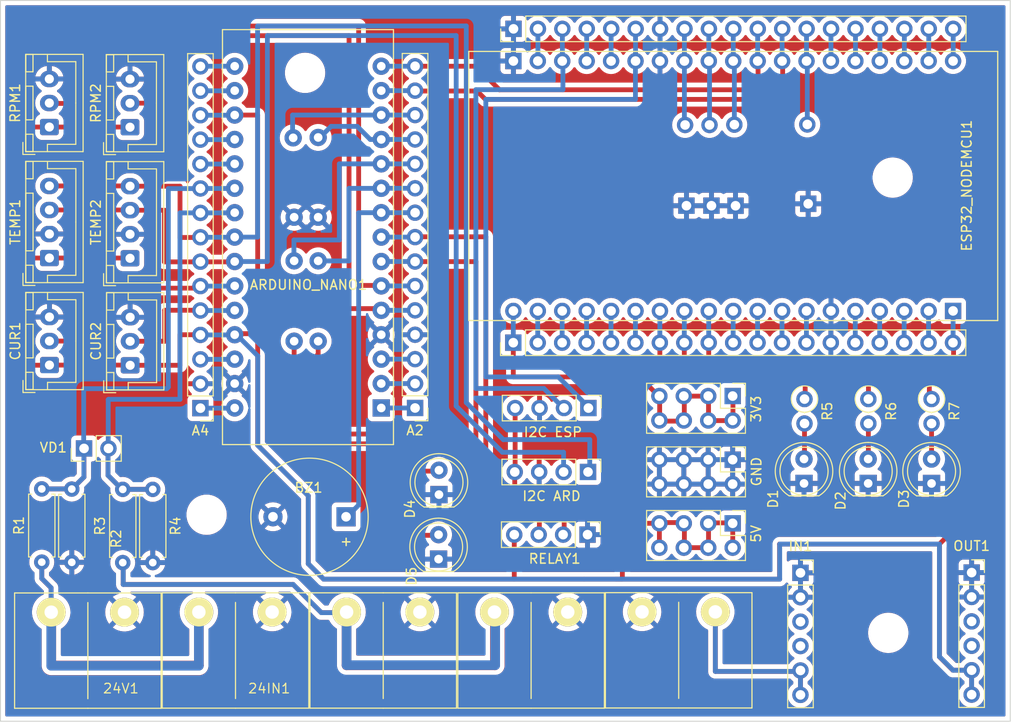
<source format=kicad_pcb>
(kicad_pcb (version 20211014) (generator pcbnew)
  (layers (0 "F.Cu" power) (31 "B.Cu" signal) (34 "B.Paste" user) (35 "F.Paste" user) (36 "B.SilkS" user "B.Silkscreen") (37 "F.SilkS" user "F.Silkscreen") (38 "B.Mask" user) (39 "F.Mask" user) (44 "Edge.Cuts" user))
  (net 0 "")
  (net 1 "/D1")
  (net 2 "/D0")
  (net 3 "/D2")
  (net 4 "/D3")
  (net 5 "/D4")
  (net 6 "/D5")
  (net 7 "/D6")
  (net 8 "/D7")
  (net 9 "/D10")
  (net 10 "/D9")
  (net 11 "/D8")
  (net 12 "/D12")
  (net 13 "/D11")
  (net 14 "/VIN")
  (net 15 "/A7")
  (net 16 "/A6")
  (net 17 "/A5")
  (net 18 "/A4")
  (net 19 "/A3")
  (net 20 "/A2")
  (net 21 "/A1")
  (net 22 "/A0")
  (net 23 "/3V3A")
  (net 24 "/D13")
  (net 25 "/3V3E")
  (net 26 "/EN")
  (net 27 "/SP")
  (net 28 "/SN")
  (net 29 "/G34")
  (net 30 "/G35")
  (net 31 "/G32")
  (net 32 "/G33")
  (net 33 "/G25")
  (net 34 "/G26")
  (net 35 "/G27")
  (net 36 "/G14")
  (net 37 "/G12")
  (net 38 "/G13")
  (net 39 "/SD2")
  (net 40 "/SD3")
  (net 41 "/CMD")
  (net 42 "/G23")
  (net 43 "/G22")
  (net 44 "/TXD")
  (net 45 "/RXD")
  (net 46 "/G21")
  (net 47 "/G19")
  (net 48 "/G18")
  (net 49 "/G5")
  (net 50 "/G4")
  (net 51 "/G0")
  (net 52 "/G2")
  (net 53 "/G15")
  (net 54 "/SD1")
  (net 55 "/SD0")
  (net 56 "/CLK")
  (net 57 "/+12")
  (net 58 "/+24")
  (net 59 "/GND")
  (net 64 "/24IN")
  (net 65 "/RESET")
  (net 66 "Net-(D1-Pad2)")
  (net 67 "Net-(D2-Pad2)")
  (net 68 "Net-(D3-Pad2)")
  (net 69 "/5VE")
  (net 70 "/X")
  (net 71 "/Y")
  (footprint "MountingHole:MountingHole_3.2mm_M3_ISO14580" (layer "F.Cu") (at 157.8 48.81)
    (fp_text reference " ")
    (fp_text value "MountingHole_3.2mm_M3_ISO14580")
  )
  (footprint "Connector_PinHeader_2.54mm:PinHeader_1x02_P2.54mm_Vertical" (layer "F.Cu") (at 73.715 76.99 90)
    (fp_text reference "VD1")
    (fp_text value " ")
  )
  (footprint "Connector_JST:JST_XH_B4B-XH-A_1x04_P2.50mm_Vertical" (layer "F.Cu") (at 70.114025 57.177691 90)
    (fp_text reference "TEMP1")
    (fp_text value " ")
  )
  (footprint "Connector_PinHeader_2.54mm:PinHeader_1x04_P2.54mm_Vertical" (layer "F.Cu") (at 126.16 72.79 -90)
    (fp_text reference "I2C ESP")
    (fp_text value " ")
  )
  (footprint "Connector_PinHeader_2.54mm:PinHeader_2x04_P2.54mm_Vertical" (layer "F.Cu") (at 141.16 78.16 -90)
    (fp_text reference "GND")
    (fp_text value " ")
  )
  (footprint "Connector_PinHeader_2.54mm:PinHeader_1x19_P2.54mm_Vertical" (layer "F.Cu") (at 118.349748 65.98734 90)
    (fp_text reference " ")
    (fp_text value " ")
  )
  (footprint "Connector_PinHeader_2.54mm:PinHeader_2x04_P2.54mm_Vertical" (layer "F.Cu") (at 141.16 71.54 -90)
    (fp_text reference "3V3")
    (fp_text value " ")
  )
  (footprint "KF7:KF7.62_2P" (layer "F.Cu") (at 74.112507 98.028287 180)
    (fp_text reference "24V1")
    (fp_text value " ")
  )
  (footprint "Buzzer_Beeper:Buzzer_12x9.5RM7.6" (layer "F.Cu") (at 100.96 84.1 180)
    (fp_text reference "BZ1")
    (fp_text value "Buzzer")
  )
  (footprint "KF7:KF7.62_2P" (layer "F.Cu") (at 104.824995 98.013598 180)
    (fp_text reference "12V1" hide)
    (fp_text value " ")
  )
  (footprint "Resistor_THT:R_Axial_DIN0207_L6.3mm_D2.5mm_P7.62mm_Horizontal" (layer "F.Cu") (at 69.319629 88.821378 90)
    (fp_text reference "R1")
    (fp_text value "10k")
  )
  (footprint "Connector_JST:JST_XH_B3B-XH-A_1x03_P2.50mm_Vertical" (layer "F.Cu") (at 70.107537 43.54703 90)
    (fp_text reference "RPM1")
    (fp_text value " ")
  )
  (footprint "Connector_JST:JST_XH_B3B-XH-A_1x03_P2.50mm_Vertical" (layer "F.Cu") (at 78.49321 43.563998 90)
    (fp_text reference "RPM2")
    (fp_text value " ")
  )
  (footprint "ARDUINO_NANO:SHIELD_ARDUINO_NANO" (layer "F.Cu") (at 97 55 180)
    (fp_text reference "ARDUINO_NANO1")
    (fp_text value " ")
  )
  (footprint "Resistor_THT:R_Axial_DIN0207_L6.3mm_D2.5mm_P7.62mm_Horizontal" (layer "F.Cu") (at 77.74 88.87 90)
    (fp_text reference "R3")
    (fp_text value "4.7k")
  )
  (footprint "Resistor_THT:R_Axial_DIN0207_L6.3mm_D2.5mm_P2.54mm_Vertical" (layer "F.Cu") (at 161.84 71.855 -90)
    (fp_text reference "R7")
    (fp_text value "R")
  )
  (footprint "LED_THT:LED_D5.0mm" (layer "F.Cu") (at 161.84 80.635 90)
    (fp_text reference "D3")
    (fp_text value " ")
  )
  (footprint "Connector_PinSocket_2.54mm:PinSocket_1x06_P2.54mm_Vertical" (layer "F.Cu") (at 166.00811 89.908064)
    (fp_text reference "OUT1")
    (fp_text value " ")
  )
  (footprint "Resistor_THT:R_Axial_DIN0207_L6.3mm_D2.5mm_P7.62mm_Horizontal" (layer "F.Cu") (at 72.44 81.22 -90)
    (fp_text reference "R2")
    (fp_text value "2.2k")
  )
  (footprint "LED_THT:LED_D5.0mm" (layer "F.Cu") (at 110.62 81.795 90)
    (fp_text reference "D4")
    (fp_text value " ")
  )
  (footprint "Connector_PinHeader_2.54mm:PinHeader_1x04_P2.54mm_Vertical" (layer "F.Cu") (at 126.07 85.96 -90)
    (fp_text reference "RELAY1")
    (fp_text value " ")
  )
  (footprint "Connector_PinHeader_2.54mm:PinHeader_1x04_P2.54mm_Vertical" (layer "F.Cu") (at 126.12 79.44 -90)
    (fp_text reference "I2C ARD")
    (fp_text value " ")
  )
  (footprint "Connector_PinSocket_2.54mm:PinSocket_1x06_P2.54mm_Vertical" (layer "F.Cu") (at 148.209868 89.934748)
    (fp_text reference "IN1")
    (fp_text value " ")
  )
  (footprint "MountingHole:MountingHole_3.2mm_M3_ISO14580" (layer "F.Cu") (at 96.7 37.91)
    (fp_text reference " ")
    (fp_text value "MountingHole_3.2mm_M3_ISO14580")
  )
  (footprint "LED_THT:LED_D5.0mm" (layer "F.Cu") (at 110.58 88.505 90)
    (fp_text reference "D5")
    (fp_text value " ")
  )
  (footprint "Resistor_THT:R_Axial_DIN0207_L6.3mm_D2.5mm_P7.62mm_Horizontal" (layer "F.Cu") (at 80.86 81.25 -90)
    (fp_text reference "R4")
    (fp_text value "3.3k")
  )
  (footprint "Connector_JST:JST_XH_B4B-XH-A_1x04_P2.50mm_Vertical" (layer "F.Cu") (at 78.497253 57.20208 90)
    (fp_text reference "TEMP2")
    (fp_text value " ")
  )
  (footprint "ESP32_NODEMCU:MODULE_ESP32_NODEMCU" (layer "F.Cu") (at 141.22 49.68 90)
    (fp_text reference "ESP32_NODEMCU1")
    (fp_text value " ")
  )
  (footprint "Resistor_THT:R_Axial_DIN0207_L6.3mm_D2.5mm_P2.54mm_Vertical" (layer "F.Cu") (at 148.63 71.855 -90)
    (fp_text reference "R5")
    (fp_text value "R")
  )
  (footprint "Connector_PinHeader_2.54mm:PinHeader_1x15_P2.54mm_Vertical" (layer "F.Cu") (at 108.136254 72.781545 180)
    (fp_text reference "A2")
    (fp_text value " ")
  )
  (footprint "MountingHole:MountingHole_3.2mm_M3_ISO14580" (layer "F.Cu") (at 157.34 96.18)
    (fp_text reference " ")
    (fp_text value "MountingHole_3.2mm_M3_ISO14580")
  )
  (footprint "KF7:KF7.62_2P" (layer "F.Cu") (at 135.547618 97.997267 180)
    (fp_text reference "BOARD1" hide)
    (fp_text value " ")
  )
  (footprint "Connector_PinHeader_2.54mm:PinHeader_1x19_P2.54mm_Vertical" (layer "F.Cu") (at 118.371401 33.331398 90)
    (fp_text reference " ")
    (fp_text value " ")
  )
  (footprint "LED_THT:LED_D5.0mm" (layer "F.Cu") (at 155.25 80.63 90)
    (fp_text reference "D2")
    (fp_text value " ")
  )
  (footprint "Connector_JST:JST_XH_B3B-XH-A_1x03_P2.50mm_Vertical" (layer "F.Cu") (at 70.118233 68.316925 90)
    (fp_text reference "CUR1")
    (fp_text value " ")
  )
  (footprint "Connector_PinHeader_2.54mm:PinHeader_2x04_P2.54mm_Vertical" (layer "F.Cu") (at 141.16 84.78 -90)
    (fp_text reference "5V")
    (fp_text value " ")
  )
  (footprint "Connector_JST:JST_XH_B3B-XH-A_1x03_P2.50mm_Vertical" (layer "F.Cu") (at 78.51 68.34 90)
    (fp_text reference "CUR2")
    (fp_text value " ")
  )
  (footprint "MountingHole:MountingHole_3.2mm_M3_ISO14580" (layer "F.Cu") (at 86.46 83.89)
    (fp_text reference " ")
    (fp_text value "MountingHole_3.2mm_M3_ISO14580")
  )
  (footprint "Resistor_THT:R_Axial_DIN0207_L6.3mm_D2.5mm_P2.54mm_Vertical" (layer "F.Cu") (at 155.27 71.855 -90)
    (fp_text reference "R6")
    (fp_text value "R")
  )
  (footprint "LED_THT:LED_D5.0mm" (layer "F.Cu") (at 148.58 80.63 90)
    (fp_text reference "D1")
    (fp_text value " ")
  )
  (footprint "Connector_PinHeader_2.54mm:PinHeader_1x15_P2.54mm_Vertical" (layer "F.Cu") (at 85.816514 72.798533 180)
    (fp_text reference "A4")
    (fp_text value " ")
  )
  (footprint "KF7:KF7.62_2P" (layer "F.Cu") (at 89.464995 98.013598 180)
    (fp_text reference "24IN1")
    (fp_text value " ")
  )
  (footprint "KF7:KF7.62_2P" (layer "F.Cu") (at 120.201554 98.012908 180)
    (fp_text reference "12IN1" hide)
    (fp_text value " ")
  )
  (gr_rect (start 65.026375 30.378817) (end 170.026375 105.378817) (layer "Edge.Cuts") (width 0.1) (fill none))
  (segment (start 104.62 72.78) (end 108 72.78) (width 0.5) (layer "B.Cu") (net 1))
  (segment (start 104.62 70.24) (end 108.1 70.24) (width 0.5) (layer "B.Cu") (net 2))
  (segment (start 101.27 62.44) (end 104.51 62.44) (width 0.5) (layer "F.Cu") (net 3))
  (segment (start 78.49321 41.063998) (end 82.17 41.063998) (width 0.5) (layer "F.Cu") (net 3))
  (segment (start 82.17 41.063998) (end 82.17 34.04) (width 0.5) (layer "F.Cu") (net 3))
  (segment (start 101.27 34.04) (end 101.27 62.44) (width 0.5) (layer "F.Cu") (net 3))
  (segment (start 82.17 34.04) (end 101.27 34.04) (width 0.5) (layer "F.Cu") (net 3))
  (segment (start 104.62 62.62) (end 108.07 62.62) (width 0.5) (layer "B.Cu") (net 3))
  (segment (start 73.77 41.09) (end 73.77 33.040499) (width 0.5) (layer "F.Cu") (net 4))
  (segment (start 70.15 41.09) (end 73.77 41.09) (width 0.5) (layer "F.Cu") (net 4))
  (segment (start 102.27 33.040499) (end 102.27 60.03) (width 0.5) (layer "F.Cu") (net 4))
  (segment (start 102.27 60.03) (end 104.61 60.03) (width 0.5) (layer "F.Cu") (net 4))
  (segment (start 73.77 33.040499) (end 102.27 33.040499) (width 0.5) (layer "F.Cu") (net 4))
  (segment (start 104.62 60.08) (end 108.13 60.08) (width 0.5) (layer "B.Cu") (net 4))
  (segment (start 114.46 83.95) (end 114.46 57.55) (width 0.5) (layer "F.Cu") (net 5))
  (segment (start 114.46 57.55) (end 108.63 57.55) (width 0.5) (layer "F.Cu") (net 5))
  (segment (start 121.06 83.95) (end 114.46 83.95) (width 0.5) (layer "F.Cu") (net 5))
  (segment (start 121.06 85.9) (end 121.06 83.95) (width 0.5) (layer "F.Cu") (net 5))
  (segment (start 104.62 57.54) (end 108.1 57.54) (width 0.5) (layer "B.Cu") (net 5))
  (segment (start 115.49 54.97) (end 108.15 54.97) (width 0.5) (layer "F.Cu") (net 6))
  (segment (start 123.64 86.12) (end 123.64 82.909501) (width 0.5) (layer "F.Cu") (net 6))
  (segment (start 123.64 82.909501) (end 115.49 82.909501) (width 0.5) (layer "F.Cu") (net 6))
  (segment (start 115.49 82.909501) (end 115.49 54.97) (width 0.5) (layer "F.Cu") (net 6))
  (segment (start 104.62 55) (end 108.15 55) (width 0.5) (layer "B.Cu") (net 6))
  (segment (start 104.62 52.46) (end 108.06 52.46) (width 0.5) (layer "B.Cu") (net 7))
  (segment (start 104.62 52.46) (end 102.27 52.46) (width 0.5) (layer "B.Cu") (net 7))
  (segment (start 102.27 82.88) (end 100.97 84.18) (width 0.5) (layer "B.Cu") (net 7))
  (segment (start 102.27 52.46) (end 102.27 82.88) (width 0.5) (layer "B.Cu") (net 7))
  (segment (start 104.61 49.93) (end 101.259501 49.93) (width 0.5) (layer "B.Cu") (net 8))
  (segment (start 104.62 49.92) (end 108.22 49.92) (width 0.5) (layer "B.Cu") (net 8))
  (segment (start 101.259501 57.48) (end 98.03 57.48) (width 0.5) (layer "B.Cu") (net 8))
  (segment (start 104.62 49.92) (end 104.61 49.93) (width 0.5) (layer "B.Cu") (net 8))
  (segment (start 101.259501 49.93) (end 101.259501 57.48) (width 0.5) (layer "B.Cu") (net 8))
  (segment (start 104.62 42.3) (end 108.04 42.3) (width 0.5) (layer "B.Cu") (net 9))
  (segment (start 95.4 42.3) (end 95.4 44.63) (width 0.5) (layer "B.Cu") (net 9))
  (segment (start 104.62 42.3) (end 95.4 42.3) (width 0.5) (layer "B.Cu") (net 9))
  (segment (start 104.62 44.84) (end 103.48 44.84) (width 0.5) (layer "B.Cu") (net 10))
  (segment (start 99.4 43.48) (end 98.12 44.76) (width 0.5) (layer "B.Cu") (net 10))
  (segment (start 102.12 43.48) (end 99.4 43.48) (width 0.5) (layer "B.Cu") (net 10))
  (segment (start 104.62 44.84) (end 108.28 44.84) (width 0.5) (layer "B.Cu") (net 10))
  (segment (start 103.48 44.84) (end 102.12 43.48) (width 0.5) (layer "B.Cu") (net 10))
  (segment (start 100.26 55.3) (end 95.54 55.3) (width 0.5) (layer "B.Cu") (net 11))
  (segment (start 95.54 55.3) (end 95.54 57.55) (width 0.5) (layer "B.Cu") (net 11))
  (segment (start 100.26 47.38) (end 100.26 55.3) (width 0.5) (layer "B.Cu") (net 11))
  (segment (start 104.62 47.38) (end 100.26 47.38) (width 0.5) (layer "B.Cu") (net 11))
  (segment (start 108.136254 47.381545) (end 104.638455 47.381545) (width 0.5) (layer "B.Cu") (net 11))
  (segment (start 143.8 39.67) (end 143.8 36.63) (width 0.5) (layer "F.Cu") (net 12))
  (segment (start 114.461545 37.221545) (end 116.91 39.67) (width 0.5) (layer "F.Cu") (net 12))
  (segment (start 116.91 39.67) (end 143.8 39.67) (width 0.5) (layer "F.Cu") (net 12))
  (segment (start 108.136254 37.221545) (end 114.461545 37.221545) (width 0.5) (layer "F.Cu") (net 12))
  (segment (start 143.76 36.68) (end 143.76 33.39) (width 0.5) (layer "B.Cu") (net 12))
  (segment (start 104.62 37.22) (end 108.12 37.22) (width 0.5) (layer "B.Cu") (net 12))
  (segment (start 115.45 40.67) (end 146.36 40.67) (width 0.5) (layer "F.Cu") (net 13))
  (segment (start 108.136254 39.761545) (end 108.174709 39.8) (width 0.5) (layer "F.Cu") (net 13))
  (segment (start 108.174709 39.8) (end 114.58 39.8) (width 0.5) (layer "F.Cu") (net 13))
  (segment (start 114.58 39.8) (end 115.45 40.67) (width 0.5) (layer "F.Cu") (net 13))
  (segment (start 146.36 40.67) (end 146.36 36.67) (width 0.5) (layer "F.Cu") (net 13))
  (segment (start 104.62 39.76) (end 107.99 39.76) (width 0.5) (layer "B.Cu") (net 13))
  (segment (start 146.3 36.68) (end 146.3 33.55) (width 0.5) (layer "B.Cu") (net 13))
  (segment (start 85.816514 72.798533) (end 89.318533 72.798533) (width 0.5) (layer "B.Cu") (net 14))
  (segment (start 82.1 62.61) (end 85.84 62.61) (width 0.5) (layer "F.Cu") (net 15))
  (segment (start 78.507462 65.836976) (end 82.1 65.836976) (width 0.5) (layer "F.Cu") (net 15))
  (segment (start 82.1 65.836976) (end 82.1 62.61) (width 0.5) (layer "F.Cu") (net 15))
  (segment (start 85.816514 62.638533) (end 89.348533 62.638533) (width 0.5) (layer "B.Cu") (net 15))
  (segment (start 75.34 60.31) (end 85.53 60.31) (width 0.5) (layer "F.Cu") (net 16))
  (segment (start 85.53 60.31) (end 85.78 60.06) (width 0.5) (layer "F.Cu") (net 16))
  (segment (start 75.34 65.817361) (end 75.34 60.31) (width 0.5) (layer "F.Cu") (net 16))
  (segment (start 70.106383 65.817361) (end 75.34 65.817361) (width 0.5) (layer "F.Cu") (net 16))
  (segment (start 85.816514 60.098533) (end 89.401467 60.098533) (width 0.5) (layer "B.Cu") (net 16))
  (segment (start 78.432309 52.177691) (end 78.44 52.17) (width 0.5) (layer "F.Cu") (net 17))
  (segment (start 82.07 52.21) (end 82.07 57.58) (width 0.5) (layer "F.Cu") (net 17))
  (segment (start 70.114025 52.177691) (end 78.432309 52.177691) (width 0.5) (layer "F.Cu") (net 17))
  (segment (start 82.06208 52.20208) (end 82.07 52.21) (width 0.5) (layer "F.Cu") (net 17))
  (segment (start 82.07 57.58) (end 89.38 57.58) (width 0.5) (layer "F.Cu") (net 17))
  (segment (start 78.497253 52.20208) (end 82.06208 52.20208) (width 0.5) (layer "F.Cu") (net 17))
  (segment (start 92.78 34.03) (end 112.41 34.03) (width 0.5) (layer "B.Cu") (net 17))
  (segment (start 117.22 77.39) (end 123.58 77.39) (width 0.5) (layer "B.Cu") (net 17))
  (segment (start 89.38 57.54) (end 92.78 57.54) (width 0.5) (layer "B.Cu") (net 17))
  (segment (start 112.41 72.58) (end 117.22 77.39) (width 0.5) (layer "B.Cu") (net 17))
  (segment (start 112.41 34.03) (end 112.41 72.58) (width 0.5) (layer "B.Cu") (net 17))
  (segment (start 92.78 57.54) (end 92.78 34.03) (width 0.5) (layer "B.Cu") (net 17))
  (segment (start 123.65 79.41) (end 123.58 79.34) (width 0.5) (layer "B.Cu") (net 17))
  (segment (start 123.58 77.39) (end 123.58 79.33) (width 0.5) (layer "B.Cu") (net 17))
  (segment (start 78.497253 49.70208) (end 83.694887 49.70208) (width 0.5) (layer "F.Cu") (net 18))
  (segment (start 83.694887 49.70208) (end 83.694887 55.04) (width 0.5) (layer "F.Cu") (net 18))
  (segment (start 83.694887 55.04) (end 85.77 55.04) (width 0.5) (layer "F.Cu") (net 18))
  (segment (start 78.447691 49.677691) (end 78.48 49.71) (width 0.5) (layer "F.Cu") (net 18))
  (segment (start 70.114025 49.677691) (end 78.447691 49.677691) (width 0.5) (layer "F.Cu") (net 18))
  (segment (start 126.3 76.07) (end 126.3 79.27) (width 0.5) (layer "B.Cu") (net 18))
  (segment (start 89.381467 55.018533) (end 89.39 55.01) (width 0.5) (layer "B.Cu") (net 18))
  (segment (start 85.816514 55.018533) (end 89.381467 55.018533) (width 0.5) (layer "B.Cu") (net 18))
  (segment (start 113.46 33.04) (end 113.46 72.216492) (width 0.5) (layer "B.Cu") (net 18))
  (segment (start 113.46 72.216492) (end 117.313508 76.07) (width 0.5) (layer "B.Cu") (net 18))
  (segment (start 91.76 33.030499) (end 113.450499 33.030499) (width 0.5) (layer "B.Cu") (net 18))
  (segment (start 117.313508 76.07) (end 126.3 76.07) (width 0.5) (layer "B.Cu") (net 18))
  (segment (start 113.450499 33.030499) (end 113.46 33.04) (width 0.5) (layer "B.Cu") (net 18))
  (segment (start 91.76 55) (end 91.76 33.030499) (width 0.5) (layer "B.Cu") (net 18))
  (segment (start 89.38 55) (end 91.76 55) (width 0.5) (layer "B.Cu") (net 18))
  (segment (start 76.21 79.79) (end 77.68 81.26) (width 0.5) (layer "F.Cu") (net 19))
  (segment (start 77.74 81.25) (end 80.84 81.25) (width 0.5) (layer "F.Cu") (net 19))
  (segment (start 76.17 77.17) (end 76.21 77.21) (width 0.5) (layer "F.Cu") (net 19))
  (segment (start 76.21 77.21) (end 76.21 79.79) (width 0.5) (layer "F.Cu") (net 19))
  (segment (start 76.23 76.91) (end 76.23 71.91) (width 0.5) (layer "B.Cu") (net 19))
  (segment (start 76.26 71.88) (end 83.69 71.88) (width 0.5) (layer "B.Cu") (net 19))
  (segment (start 83.69 52.48) (end 85.79 52.48) (width 0.5) (layer "B.Cu") (net 19))
  (segment (start 76.21 77.035) (end 76.21 79.79) (width 0.5) (layer "B.Cu") (net 19))
  (segment (start 83.69 71.88) (end 83.69 52.48) (width 0.5) (layer "B.Cu") (net 19))
  (segment (start 76.22 76.92) (end 76.23 76.91) (width 0.5) (layer "B.Cu") (net 19))
  (segment (start 77.74 81.25) (end 80.91 81.25) (width 0.5) (layer "B.Cu") (net 19))
  (segment (start 76.255 76.99) (end 76.21 77.035) (width 0.5) (layer "B.Cu") (net 19))
  (segment (start 85.816514 52.478533) (end 89.291467 52.478533) (width 0.5) (layer "B.Cu") (net 19))
  (segment (start 76.21 79.79) (end 77.64 81.22) (width 0.5) (layer "B.Cu") (net 19))
  (segment (start 76.23 71.91) (end 76.26 71.88) (width 0.5) (layer "B.Cu") (net 19))
  (segment (start 77.64 81.22) (end 77.66 81.22) (width 0.5) (layer "B.Cu") (net 19))
  (segment (start 73.705684 79.974316) (end 72.47 81.21) (width 0.5) (layer "F.Cu") (net 20))
  (segment (start 69.319629 81.201378) (end 72.441378 81.201378) (width 0.5) (layer "F.Cu") (net 20))
  (segment (start 73.705684 77.215684) (end 73.705684 79.974316) (width 0.5) (layer "F.Cu") (net 20))
  (segment (start 73.69 77.2) (end 73.705684 77.215684) (width 0.5) (layer "F.Cu") (net 20))
  (segment (start 73.74 76.86) (end 73.68 76.8) (width 0.5) (layer "B.Cu") (net 20))
  (segment (start 73.7 77.005) (end 73.7 79.97) (width 0.5) (layer "B.Cu") (net 20))
  (segment (start 82.48 70.610998) (end 82.48 49.95) (width 0.5) (layer "B.Cu") (net 20))
  (segment (start 82.320499 70.770499) (end 82.48 70.610998) (width 0.5) (layer "B.Cu") (net 20))
  (segment (start 85.816514 49.938533) (end 89.328533 49.938533) (width 0.5) (layer "B.Cu") (net 20))
  (segment (start 73.68 76.8) (end 73.68 70.770499) (width 0.5) (layer "B.Cu") (net 20))
  (segment (start 69.319629 81.201378) (end 72.458622 81.201378) (width 0.5) (layer "B.Cu") (net 20))
  (segment (start 73.68 70.770499) (end 82.320499 70.770499) (width 0.5) (layer "B.Cu") (net 20))
  (segment (start 73.7 79.97) (end 72.43 81.24) (width 0.5) (layer "B.Cu") (net 20))
  (segment (start 73.715 76.99) (end 73.7 77.005) (width 0.5) (layer "B.Cu") (net 20))
  (segment (start 82.48 49.95) (end 85.68 49.95) (width 0.5) (layer "B.Cu") (net 20))
  (segment (start 85.816514 47.398533) (end 89.331467 47.398533) (width 0.5) (layer "B.Cu") (net 21))
  (segment (start 85.816514 44.858533) (end 89.321467 44.858533) (width 0.5) (layer "B.Cu") (net 22))
  (segment (start 85.816514 39.778533) (end 89.361467 39.778533) (width 0.5) (layer "B.Cu") (net 23))
  (segment (start 89.38 37.22) (end 85.9 37.22) (width 0.5) (layer "B.Cu") (net 24))
  (segment (start 136.13 71.555) (end 136.12 71.545) (width 0.5) (layer "F.Cu") (net 25))
  (segment (start 138.65 74.095) (end 141.18 74.095) (width 0.5) (layer "F.Cu") (net 25))
  (segment (start 138.65 71.545) (end 138.65 74.095) (width 0.5) (layer "F.Cu") (net 25))
  (segment (start 118.349748 69.55) (end 131.48 69.55) (width 0.5) (layer "F.Cu") (net 25))
  (segment (start 141.19 74.085) (end 141.19 71.455) (width 0.5) (layer "F.Cu") (net 25))
  (segment (start 133.57 71.555) (end 133.57 74.145) (width 0.5) (layer "F.Cu") (net 25))
  (segment (start 131.48 69.55) (end 133.41 71.48) (width 0.5) (layer "F.Cu") (net 25))
  (segment (start 133.56 71.545) (end 133.57 71.555) (width 0.5) (layer "F.Cu") (net 25))
  (segment (start 136.12 71.545) (end 138.65 71.545) (width 0.5) (layer "F.Cu") (net 25))
  (segment (start 136.13 74.125) (end 136.13 71.555) (width 0.5) (layer "F.Cu") (net 25))
  (segment (start 133.559748 71.544748) (end 133.56 71.545) (width 0.5) (layer "F.Cu") (net 25))
  (segment (start 133.57 74.145) (end 136.11 74.145) (width 0.5) (layer "F.Cu") (net 25))
  (segment (start 141.18 74.095) (end 141.19 74.085) (width 0.5) (layer "F.Cu") (net 25))
  (segment (start 118.349748 65.98734) (end 118.349748 69.55) (width 0.5) (layer "F.Cu") (net 25))
  (segment (start 136.11 74.145) (end 136.13 74.125) (width 0.5) (layer "F.Cu") (net 25))
  (segment (start 118.349748 65.98734) (end 118.349748 62.629748) (width 0.5) (layer "B.Cu") (net 25))
  (segment (start 120.889748 65.98734) (end 120.889748 62.679748) (width 0.5) (layer "B.Cu") (net 26))
  (segment (start 123.429748 65.98734) (end 123.429748 62.760252) (width 0.5) (layer "B.Cu") (net 27))
  (segment (start 125.969748 65.98734) (end 125.969748 62.680252) (width 0.5) (layer "B.Cu") (net 28))
  (segment (start 128.509748 65.98734) (end 128.509748 62.660252) (width 0.5) (layer "B.Cu") (net 29))
  (segment (start 131.049748 65.98734) (end 131.049748 62.720252) (width 0.5) (layer "B.Cu") (net 30))
  (segment (start 133.589748 69.77) (end 148.7 69.77) (width 0.5) (layer "F.Cu") (net 31))
  (segment (start 148.7 69.77) (end 148.7 71.52) (width 0.5) (layer "F.Cu") (net 31))
  (segment (start 133.589748 65.98734) (end 133.589748 69.77) (width 0.5) (layer "F.Cu") (net 31))
  (segment (start 148.7 71.52) (end 148.46 71.76) (width 0.5) (layer "F.Cu") (net 31))
  (segment (start 133.589748 65.98734) (end 133.589748 62.679748) (width 0.5) (layer "B.Cu") (net 31))
  (segment (start 136.129748 65.98734) (end 136.129748 68.770499) (width 0.5) (layer "F.Cu") (net 32))
  (segment (start 155.28 68.770499) (end 155.28 71.68) (width 0.5) (layer "F.Cu") (net 32))
  (segment (start 136.129748 68.770499) (end 155.28 68.770499) (width 0.5) (layer "F.Cu") (net 32))
  (segment (start 136.129748 65.98734) (end 136.129748 62.799748) (width 0.5) (layer "B.Cu") (net 32))
  (segment (start 138.669748 65.98734) (end 138.669748 67.770998) (width 0.5) (layer "F.Cu") (net 33))
  (segment (start 161.61 67.770998) (end 161.61 71.76) (width 0.5) (layer "F.Cu") (net 33))
  (segment (start 138.669748 67.770998) (end 161.61 67.770998) (width 0.5) (layer "F.Cu") (net 33))
  (segment (start 138.669748 65.98734) (end 138.669748 62.820252) (width 0.5) (layer "B.Cu") (net 33))
  (segment (start 141.209748 65.98734) (end 141.209748 62.810252) (width 0.5) (layer "B.Cu") (net 34))
  (segment (start 143.749748 65.98734) (end 143.749748 62.830252) (width 0.5) (layer "B.Cu") (net 35))
  (segment (start 146.289748 65.98734) (end 146.289748 62.819748) (width 0.5) (layer "B.Cu") (net 36))
  (segment (start 148.829748 65.98734) (end 148.829748 62.690252) (width 0.5) (layer "B.Cu") (net 37))
  (segment (start 153.909748 65.98734) (end 153.909748 62.600252) (width 0.5) (layer "B.Cu") (net 38))
  (segment (start 156.449748 65.98734) (end 156.449748 62.580252) (width 0.5) (layer "B.Cu") (net 39))
  (segment (start 158.989748 65.98734) (end 158.989748 62.609748) (width 0.5) (layer "B.Cu") (net 40))
  (segment (start 161.529748 65.98734) (end 161.529748 62.870252) (width 0.5) (layer "B.Cu") (net 41))
  (segment (start 120.911401 33.331398) (end 120.911401 36.731401) (width 0.5) (layer "B.Cu") (net 42))
  (segment (start 123.51 39.66) (end 123.51 36.63) (width 0.5) (layer "B.Cu") (net 43))
  (segment (start 121.53 70.75) (end 114.459501 70.75) (width 0.5) (layer "B.Cu") (net 43))
  (segment (start 114.459501 39.66) (end 123.51 39.66) (width 0.5) (layer "B.Cu") (net 43))
  (segment (start 123.6 72.82) (end 121.53 70.75) (width 0.5) (layer "B.Cu") (net 43))
  (segment (start 123.451401 33.331398) (end 123.451401 36.601401) (width 0.5) (layer "B.Cu") (net 43))
  (segment (start 114.459501 70.75) (end 114.459501 39.66) (width 0.5) (layer "B.Cu") (net 43))
  (segment (start 125.98 36.68) (end 125.98 33.37) (width 0.5) (layer "B.Cu") (net 44))
  (segment (start 128.52 36.68) (end 128.52 33.12) (width 0.5) (layer "B.Cu") (net 45))
  (segment (start 131.06 36.68) (end 131.06 33.49) (width 0.5) (layer "B.Cu") (net 46))
  (segment (start 115.493508 40.67) (end 131.05 40.67) (width 0.5) (layer "B.Cu") (net 46))
  (segment (start 131.05 40.67) (end 131.05 37.04) (width 0.5) (layer "B.Cu") (net 46))
  (segment (start 126.23 72.75) (end 123.03 69.55) (width 0.5) (layer "B.Cu") (net 46))
  (segment (start 123.03 69.55) (end 115.493508 69.55) (width 0.5) (layer "B.Cu") (net 46))
  (segment (start 115.493508 69.55) (end 115.493508 40.67) (width 0.5) (layer "B.Cu") (net 46))
  (segment (start 136.14 36.68) (end 136.14 33.28) (width 0.5) (layer "B.Cu") (net 47))
  (segment (start 136.14 43.34) (end 136.2 43.4) (width 0.5) (layer "B.Cu") (net 47))
  (segment (start 136.14 36.68) (end 136.14 43.34) (width 0.5) (layer "B.Cu") (net 47))
  (segment (start 138.78 36.68) (end 138.68 36.68) (width 0.5) (layer "B.Cu") (net 48))
  (segment (start 138.753946 43.333248) (end 138.753946 36.746054) (width 0.5) (layer "B.Cu") (net 48))
  (segment (start 138.68 36.68) (end 138.68 33.35) (width 0.5) (layer "B.Cu") (net 48))
  (segment (start 138.8 36.7) (end 138.78 36.68) (width 0.5) (layer "B.Cu") (net 48))
  (segment (start 138.753946 36.746054) (end 138.8 36.7) (width 0.5) (layer "B.Cu") (net 48))
  (segment (start 141.22 36.68) (end 141.22 33.26) (width 0.5) (layer "B.Cu") (net 49))
  (segment (start 141.335057 43.299106) (end 141.335057 36.815057) (width 0.5) (layer "B.Cu") (net 49))
  (segment (start 141.335057 36.815057) (end 141.22 36.7) (width 0.5) (layer "B.Cu") (net 49))
  (segment (start 141.22 36.7) (end 141.22 36.68) (width 0.5) (layer "B.Cu") (net 49))
  (segment (start 148.84 36.68) (end 148.84 33.36) (width 0.5) (layer "B.Cu") (net 50))
  (segment (start 148.92 43.28) (end 148.92 36.92) (width 0.5) (layer "B.Cu") (net 50))
  (segment (start 148.84 36.84) (end 148.84 36.68) (width 0.5) (layer "B.Cu") (net 50))
  (segment (start 148.92 36.92) (end 148.84 36.84) (width 0.5) (layer "B.Cu") (net 50))
  (segment (start 151.38 36.68) (end 151.38 33.33) (width 0.5) (layer "B.Cu") (net 51))
  (segment (start 153.931401 33.331398) (end 153.931401 36.551401) (width 0.5) (layer "B.Cu") (net 52))
  (segment (start 156.471401 33.331398) (end 156.471401 36.601401) (width 0.5) (layer "B.Cu") (net 53))
  (segment (start 159.011401 33.331398) (end 159.011401 36.471401) (width 0.5) (layer "B.Cu") (net 54))
  (segment (start 161.551401 33.331398) (end 161.551401 36.558599) (width 0.5) (layer "B.Cu") (net 55))
  (segment (start 164.091401 33.331398) (end 164.091401 36.428599) (width 0.5) (layer "B.Cu") (net 56))
  (segment (start 77.79 88.98) (end 77.79 91.137058) (width 0.5) (layer "F.Cu") (net 57))
  (segment (start 101.014995 99.56) (end 116.44 99.56) (width 1) (layer "F.Cu") (net 57))
  (segment (start 95.453102 91.137058) (end 98.396044 94.08) (width 0.5) (layer "F.Cu") (net 57))
  (segment (start 116.44 99.56) (end 116.44 94.05) (width 1) (layer "F.Cu") (net 57))
  (segment (start 77.79 91.137058) (end 95.453102 91.137058) (width 0.5) (layer "F.Cu") (net 57))
  (segment (start 98.396044 94.08) (end 100.98 94.08) (width 0.5) (layer "F.Cu") (net 57))
  (segment (start 101.014995 94.013598) (end 101.014995 99.56) (width 1) (layer "F.Cu") (net 57))
  (segment (start 100.93 94.08) (end 101 94.01) (width 0.5) (layer "B.Cu") (net 57))
  (segment (start 116.47 99.54) (end 116.47 94.01) (width 1) (layer "B.Cu") (net 57))
  (segment (start 98.395759 94.08) (end 100.93 94.08) (width 0.5) (layer "B.Cu") (net 57))
  (segment (start 77.79 88.92) (end 77.79 91.144157) (width 0.5) (layer "B.Cu") (net 57))
  (segment (start 101.014995 94.013598) (end 101.014995 99.54) (width 1) (layer "B.Cu") (net 57))
  (segment (start 95.459916 91.144157) (end 98.395759 94.08) (width 0.5) (layer "B.Cu") (net 57))
  (segment (start 77.74 88.87) (end 77.79 88.92) (width 0.5) (layer "B.Cu") (net 57))
  (segment (start 77.79 91.144157) (end 95.459916 91.144157) (width 0.5) (layer "B.Cu") (net 57))
  (segment (start 101.014995 99.54) (end 116.47 99.54) (width 1) (layer "B.Cu") (net 57))
  (segment (start 69.319629 88.821378) (end 69.319629 90.529629) (width 0.5) (layer "F.Cu") (net 58))
  (segment (start 70.3 91.51) (end 70.3 94.05) (width 0.5) (layer "F.Cu") (net 58))
  (segment (start 69.319629 90.529629) (end 70.3 91.51) (width 0.5) (layer "F.Cu") (net 58))
  (segment (start 70.31 99.58) (end 70.31 94.29) (width 1) (layer "F.Cu") (net 58))
  (segment (start 70.31 94.29) (end 70.17 94.15) (width 0.5) (layer "F.Cu") (net 58))
  (segment (start 85.654995 94.013598) (end 85.654995 99.58) (width 1) (layer "F.Cu") (net 58))
  (segment (start 85.654995 99.58) (end 70.31 99.58) (width 1) (layer "F.Cu") (net 58))
  (segment (start 85.65 99.6) (end 85.65 94) (width 1) (layer "B.Cu") (net 58))
  (segment (start 70.29 91.49) (end 70.29 94.08) (width 0.5) (layer "B.Cu") (net 58))
  (segment (start 69.319629 88.821378) (end 69.319629 90.519629) (width 0.5) (layer "B.Cu") (net 58))
  (segment (start 69.319629 90.519629) (end 70.29 91.49) (width 0.5) (layer "B.Cu") (net 58))
  (segment (start 70.302507 99.6) (end 85.65 99.6) (width 1) (layer "B.Cu") (net 58))
  (segment (start 70.302507 94.028287) (end 70.302507 99.6) (width 1) (layer "B.Cu") (net 58))
  (segment (start 108.14 65.16) (end 108.15 65.15) (width 0.5) (layer "F.Cu") (net 59))
  (segment (start 139.357618 93.997267) (end 139.357618 100.19) (width 0.5) (layer "F.Cu") (net 64))
  (segment (start 148.209868 100.094748) (end 148.209868 102.670132) (width 0.5) (layer "F.Cu") (net 64))
  (segment (start 139.357618 100.19) (end 148.29 100.19) (width 0.5) (layer "F.Cu") (net 64))
  (segment (start 139.357618 100.19) (end 148.37 100.19) (width 0.5) (layer "B.Cu") (net 64))
  (segment (start 148.209868 102.634748) (end 148.209868 100.120132) (width 0.5) (layer "B.Cu") (net 64))
  (segment (start 139.357618 93.997267) (end 139.357618 100.19) (width 0.5) (layer "B.Cu") (net 64))
  (segment (start 85.816514 67.718533) (end 89.341467 67.718533) (width 0.5) (layer "B.Cu") (net 65))
  (segment (start 104.62 67.7) (end 108.05 67.7) (width 0.5) (layer "B.Cu") (net 65))
  (segment (start 148.63 74.395) (end 148.63 77.97) (width 0.5) (layer "F.Cu") (net 66))
  (segment (start 148.63 77.97) (end 148.65 77.99) (width 0.5) (layer "F.Cu") (net 66))
  (segment (start 155.27 74.395) (end 155.27 78.04) (width 0.5) (layer "F.Cu") (net 67))
  (segment (start 155.27 78.04) (end 155.28 78.05) (width 0.5) (layer "F.Cu") (net 67))
  (segment (start 161.84 74.395) (end 161.84 78.03) (width 0.5) (layer "F.Cu") (net 68))
  (segment (start 161.84 78.03) (end 161.86 78.05) (width 0.5) (layer "F.Cu") (net 68))
  (segment (start 133.53 84.805) (end 133.63 84.705) (width 0.5) (layer "F.Cu") (net 69))
  (segment (start 78.507361 68.317361) (end 78.51 68.32) (width 0.5) (layer "F.Cu") (net 69))
  (segment (start 164.13 85.47) (end 162.66 86.94) (width 0.5) (layer "F.Cu") (net 69))
  (segment (start 83.68 65.16) (end 85.68 65.16) (width 0.5) (layer "F.Cu") (net 69))
  (segment (start 162.66 98.67) (end 162.66 86.94) (width 0.5) (layer "F.Cu") (net 69))
  (segment (start 133.63 84.705) (end 136.14 84.705) (width 0.5) (layer "F.Cu") (net 69))
  (segment (start 166.00811 102.608064) (end 166.00811 100.11189) (width 0.5) (layer "F.Cu") (net 69))
  (segment (start 98.633508 90.6) (end 118.43 90.6) (width 0.5) (layer "F.Cu") (net 69))
  (segment (start 133.54 84.78) (end 129.71 84.78) (width 0.5) (layer "F.Cu") (net 69))
  (segment (start 78.467691 57.177691) (end 78.48 57.19) (width 0.5) (layer "F.Cu") (net 69))
  (segment (start 97.034007 81.918053) (end 97.034007 89.000499) (width 0.5) (layer "F.Cu") (net 69))
  (segment (start 136.14 87.315) (end 138.65 87.315) (width 0.5) (layer "F.Cu") (net 69))
  (segment (start 129.69 81.91) (end 129.69 84.76) (width 0.5) (layer "F.Cu") (net 69))
  (segment (start 118.5 79.44) (end 118.5 81.91) (width 0.5) (layer "F.Cu") (net 69))
  (segment (start 129.03 90.6) (end 146.04 90.6) (width 0.5) (layer "F.Cu") (net 69))
  (segment (start 129.69 90.6) (end 129.03 90.6) (width 0.5) (layer "F.Cu") (net 69))
  (segment (start 141.17 87.235) (end 141.14 87.265) (width 0.5) (layer "F.Cu") (net 69))
  (segment (start 66.93 57.01) (end 66.93 68.33) (width 0.5) (layer "F.Cu") (net 69))
  (segment (start 70.107537 43.54703) (end 66.93 43.54703) (width 0.5) (layer "F.Cu") (net 69))
  (segment (start 164.058064 100.068064) (end 162.66 98.67) (width 0.5) (layer "F.Cu") (net 69))
  (segment (start 66.93 43.54703) (end 66.93 57.01) (width 0.5) (layer "F.Cu") (net 69))
  (segment (start 136.14 84.705) (end 136.14 87.315) (width 0.5) (layer "F.Cu") (net 69))
  (segment (start 91.77 76.654046) (end 97.034007 81.918053) (width 0.5) (layer "F.Cu") (net 69))
  (segment (start 118.45 85.96) (end 118.45 90.58) (width 0.5) (layer "F.Cu") (net 69))
  (segment (start 118.5 81.91) (end 129.69 81.91) (width 0.5) (layer "F.Cu") (net 69))
  (segment (start 138.65 87.315) (end 138.65 84.735) (width 0.5) (layer "F.Cu") (net 69))
  (segment (start 66.93 68.33) (end 70.05 68.33) (width 0.5) (layer "F.Cu") (net 69))
  (segment (start 141.17 84.755) (end 141.17 87.235) (width 0.5) (layer "F.Cu") (net 69))
  (segment (start 133.54 87.32) (end 133.54 84.815) (width 0.5) (layer "F.Cu") (net 69))
  (segment (start 67.097691 57.177691) (end 66.93 57.01) (width 0.5) (layer "F.Cu") (net 69))
  (segment (start 118.45 90.58) (end 118.43 90.6) (width 0.5) (layer "F.Cu") (net 69))
  (segment (start 129.69 84.76) (end 129.69 90.6) (width 0.5) (layer "F.Cu") (net 69))
  (segment (start 133.54 84.815) (end 133.53 84.805) (width 0.5) (layer "F.Cu") (net 69))
  (segment (start 125.72 90.6) (end 129.03 90.6) (width 0.5) (layer "F.Cu") (net 69))
  (segment (start 89.37 65.05) (end 91.77 65.05) (width 0.5) (layer "F.Cu") (net 69))
  (segment (start 78.507462 68.336976) (end 83.68 68.336976) (width 0.5) (layer "F.Cu") (net 69))
  (segment (start 89.38 42.3) (end 91.77 42.3) (width 0.5) (layer "F.Cu") (net 69))
  (segment (start 141.15 84.735) (end 141.17 84.755) (width 0.5) (layer "F.Cu") (net 69))
  (segment (start 91.77 65.05) (end 91.77 76.654046) (width 0.5) (layer "F.Cu") (net 69))
  (segment (start 166.00811 100.11189) (end 166.02 100.1) (width 0.5) (layer "F.Cu") (net 69))
  (segment (start 70.107537 43.54703) (end 78.54703 43.54703) (width 0.5) (layer "F.Cu") (net 69))
  (segment (start 118.43 90.6) (end 125.72 90.6) (width 0.5) (layer "F.Cu") (net 69))
  (segment (start 129.71 84.78) (end 129.69 84.76) (width 0.5) (layer "F.Cu") (net 69))
  (segment (start 97.034007 89.000499) (end 98.633508 90.6) (width 0.5) (layer "F.Cu") (net 69))
  (segment (start 146.04 90.6) (end 146.04 86.94) (width 0.5) (layer "F.Cu") (net 69))
  (segment (start 164.13 66) (end 164.13 85.47) (width 0.5) (layer "F.Cu") (net 69))
  (segment (start 138.65 84.735) (end 141.15 84.735) (width 0.5) (layer "F.Cu") (net 69))
  (segment (start 83.68 68.336976) (end 83.68 65.16) (width 0.5) (layer "F.Cu") (net 69))
  (segment (start 91.77 42.3) (end 91.77 65.05) (width 0.5) (layer "F.Cu") (net 69))
  (segment (start 146.04 86.94) (end 162.66 86.94) (width 0.5) (layer "F.Cu") (net 69))
  (segment (start 70.114025 57.177691) (end 67.097691 57.177691) (width 0.5) (layer "F.Cu") (net 69))
  (segment (start 118.54 72.79) (end 118.54 79.53) (width 0.5) (layer "F.Cu") (net 69))
  (segment (start 70.114025 57.177691) (end 78.467691 57.177691) (width 0.5) (layer "F.Cu") (net 69))
  (segment (start 166.00811 100.068064) (end 164.058064 100.068064) (width 0.5) (layer "F.Cu") (net 69))
  (segment (start 70.106383 68.317361) (end 78.507361 68.317361) (width 0.5) (layer "F.Cu") (net 69))
  (segment (start 91.78 76.664046) (end 91.78 67.36) (width 0.5) (layer "B.Cu") (net 69))
  (segment (start 98.633745 90.59) (end 97.029514 88.985769) (width 0.5) (layer "B.Cu") (net 69))
  (segment (start 97.029514 88.985769) (end 97.029514 81.91356) (width 0.5) (layer "B.Cu") (net 69))
  (segment (start 166.00811 100.068064) (end 164.078064 100.068064) (width 0.5) (layer "B.Cu") (net 69))
  (segment (start 162.66 98.65) (end 162.66 86.94) (width 0.5) (layer "B.Cu") (net 69))
  (segment (start 166.00811 102.608064) (end 166.00811 100.10189) (width 0.5) (layer "B.Cu") (net 69))
  (segment (start 146.05 86.96) (end 146.05 90.59) (width 0.5) (layer "B.Cu") (net 69))
  (segment (start 166.00811 100.10189) (end 166.02 100.09) (width 0.5) (layer "B.Cu") (net 69))
  (segment (start 91.78 67.36) (end 89.5 65.08) (width 0.5) (layer "B.Cu") (net 69))
  (segment (start 85.816514 42.318533) (end 89.388533 42.318533) (width 0.5) (layer "B.Cu") (net 69))
  (segment (start 97.029514 81.91356) (end 91.78 76.664046) (width 0.5) (layer "B.Cu") (net 69))
  (segment (start 164.08 62.68) (end 164.08 65.95) (width 0.5) (layer "B.Cu") (net 69))
  (segment (start 162.66 86.94) (end 146.07 86.94) (width 0.5) (layer "B.Cu") (net 69))
  (segment (start 146.05 90.59) (end 98.633745 90.59) (width 0.5) (layer "B.Cu") (net 69))
  (segment (start 146.07 86.94) (end 146.05 86.96) (width 0.5) (layer "B.Cu") (net 69))
  (segment (start 85.816514 65.178533) (end 89.408533 65.178533) (width 0.5) (layer "B.Cu") (net 69))
  (segment (start 164.078064 100.068064) (end 162.66 98.65) (width 0.5) (layer "B.Cu") (net 69))
  (segment (start 105.47 75.49) (end 105.47 79.35) (width 0.5) (layer "F.Cu") (net 70))
  (segment (start 98.060509 67.189491) (end 97.160509 68.089491) (width 0.5) (layer "F.Cu") (net 70))
  (segment (start 105.47 79.35) (end 110.62 79.35) (width 0.5) (layer "F.Cu") (net 70))
  (segment (start 97.160509 68.089491) (end 97.160509 75.49) (width 0.5) (layer "F.Cu") (net 70))
  (segment (start 98.060509 65.831316) (end 98.060509 67.189491) (width 0.5) (layer "F.Cu") (net 70))
  (segment (start 97.160509 75.49) (end 105.47 75.49) (width 0.5) (layer "F.Cu") (net 70))
  (segment (start 95.560509 76.51) (end 104.45 76.51) (width 0.5) (layer "F.Cu") (net 71))
  (segment (start 104.45 86.03) (end 110.62 86.03) (width 0.5) (layer "F.Cu") (net 71))
  (segment (start 95.560509 65.831316) (end 95.560509 76.51) (width 0.5) (layer "F.Cu") (net 71))
  (segment (start 104.45 76.51) (end 104.45 86.03) (width 0.5) (layer "F.Cu") (net 71))
  (zone (net 59) (net_name "/GND") (layers F&B.Cu) (connect_pads (clearance 0.5)) (min_thickness 0.254) (fill yes (thermal_gap 0.508) (thermal_bridge_width 0.508))
    (polygon (pts (xy 170.02 105.37) (xy 65.03 105.37) (xy 65.03 30.39) (xy 170.02 30.38)))
  )
)
</source>
